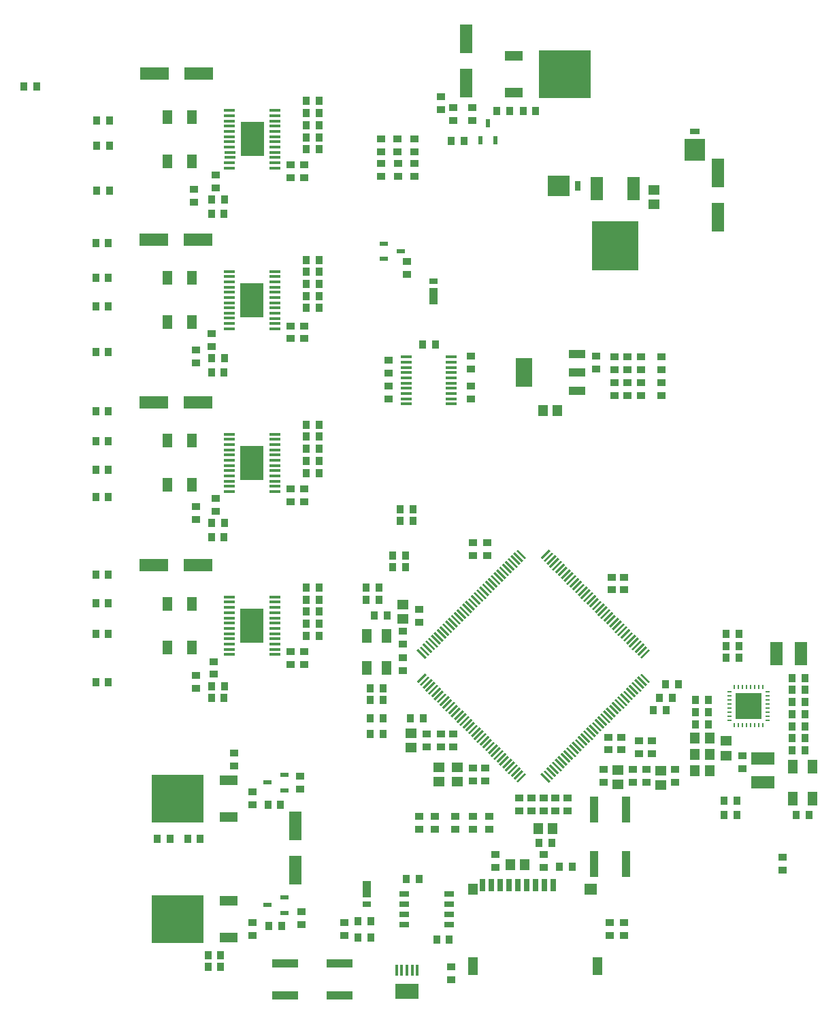
<source format=gtp>
G04 (created by PCBNEW (2013-05-18 BZR 4017)-stable) date Wed 14 Jan 2015 17:50:38 GMT*
%MOIN*%
G04 Gerber Fmt 3.4, Leading zero omitted, Abs format*
%FSLAX34Y34*%
G01*
G70*
G90*
G04 APERTURE LIST*
%ADD10C,0.00590551*%
%ADD11R,0.1142X0.0748*%
%ADD12R,0.0157X0.0531*%
%ADD13R,0.063X0.1181*%
%ADD14R,0.2283X0.2441*%
%ADD15R,0.0579X0.0165*%
%ADD16R,0.1181X0.1701*%
%ADD17R,0.0394X0.126*%
%ADD18R,0.126X0.0394*%
%ADD19R,0.0394X0.0236*%
%ADD20R,0.0236X0.0394*%
%ADD21R,0.08X0.144*%
%ADD22R,0.08X0.04*%
%ADD23R,0.1417X0.063*%
%ADD24R,0.063X0.1417*%
%ADD25R,0.0374X0.0394*%
%ADD26R,0.0394X0.0374*%
%ADD27R,0.0453X0.0709*%
%ADD28R,0.0453X0.0571*%
%ADD29R,0.0571X0.0453*%
%ADD30R,0.0906X0.0512*%
%ADD31R,0.2559X0.2323*%
%ADD32R,0.1142X0.0591*%
%ADD33R,0.0591X0.1142*%
%ADD34R,0.0433X0.0787*%
%ADD35R,0.0433X0.0315*%
%ADD36R,0.0472X0.0866*%
%ADD37R,0.0472X0.0551*%
%ADD38R,0.063X0.0551*%
%ADD39R,0.0276X0.063*%
%ADD40R,0.05X0.025*%
%ADD41R,0.0098X0.0236*%
%ADD42R,0.0236X0.0098*%
%ADD43R,0.1299X0.1299*%
%ADD44R,0.1X0.1051*%
%ADD45R,0.05X0.03*%
%ADD46R,0.1051X0.1*%
%ADD47R,0.03X0.05*%
%ADD48R,0.0472X0.0709*%
G04 APERTURE END LIST*
G54D10*
G54D11*
X19781Y787D03*
G54D12*
X19781Y1840D03*
X19525Y1840D03*
X19269Y1840D03*
X20037Y1840D03*
X20293Y1840D03*
G54D13*
X30890Y40115D03*
G54D14*
X29990Y37288D03*
G54D13*
X29090Y40115D03*
G54D15*
X13303Y34515D03*
X13303Y34771D03*
X13303Y35027D03*
X13303Y35283D03*
X11101Y33751D03*
X13303Y33747D03*
X13303Y34003D03*
X13303Y34259D03*
X11099Y35539D03*
X11099Y35283D03*
X11099Y35027D03*
X11099Y34771D03*
X11099Y34515D03*
X11099Y34259D03*
X13303Y35539D03*
X11101Y34003D03*
X13303Y33491D03*
X13303Y35795D03*
X11099Y35795D03*
X11099Y33491D03*
X13303Y33236D03*
X13303Y36050D03*
X11099Y36050D03*
X11099Y33236D03*
G54D16*
X12201Y34643D03*
G54D15*
X13302Y26542D03*
X13302Y26798D03*
X13302Y27054D03*
X13302Y27310D03*
X11100Y25778D03*
X13302Y25774D03*
X13302Y26030D03*
X13302Y26286D03*
X11098Y27566D03*
X11098Y27310D03*
X11098Y27054D03*
X11098Y26798D03*
X11098Y26542D03*
X11098Y26286D03*
X13302Y27566D03*
X11100Y26030D03*
X13302Y25518D03*
X13302Y27822D03*
X11098Y27822D03*
X11098Y25518D03*
X13302Y25263D03*
X13302Y28077D03*
X11098Y28077D03*
X11098Y25263D03*
G54D16*
X12200Y26670D03*
G54D15*
X13302Y18571D03*
X13302Y18827D03*
X13302Y19083D03*
X13302Y19339D03*
X11100Y17807D03*
X13302Y17803D03*
X13302Y18059D03*
X13302Y18315D03*
X11098Y19595D03*
X11098Y19339D03*
X11098Y19083D03*
X11098Y18827D03*
X11098Y18571D03*
X11098Y18315D03*
X13302Y19595D03*
X11100Y18059D03*
X13302Y17547D03*
X13302Y19851D03*
X11098Y19851D03*
X11098Y17547D03*
X13302Y17292D03*
X13302Y20106D03*
X11098Y20106D03*
X11098Y17292D03*
G54D16*
X12200Y18699D03*
G54D15*
X13304Y42391D03*
X13304Y42647D03*
X13304Y42903D03*
X13304Y43159D03*
X11102Y41627D03*
X13304Y41623D03*
X13304Y41879D03*
X13304Y42135D03*
X11100Y43415D03*
X11100Y43159D03*
X11100Y42903D03*
X11100Y42647D03*
X11100Y42391D03*
X11100Y42135D03*
X13304Y43415D03*
X11102Y41879D03*
X13304Y41367D03*
X13304Y43671D03*
X11100Y43671D03*
X11100Y41367D03*
X13304Y41112D03*
X13304Y43926D03*
X11100Y43926D03*
X11100Y41112D03*
G54D16*
X12202Y42519D03*
G54D15*
X19762Y30837D03*
X19762Y30581D03*
X19762Y30325D03*
X19762Y30069D03*
X21964Y31601D03*
X19762Y31605D03*
X19762Y31349D03*
X19762Y31093D03*
X21966Y29813D03*
X21966Y30069D03*
X21966Y30325D03*
X21966Y30581D03*
X21966Y30837D03*
X21966Y31093D03*
X19762Y29813D03*
X21964Y31349D03*
X19762Y31861D03*
X19762Y29557D03*
X21966Y29557D03*
X21966Y31861D03*
G54D17*
X30509Y7027D03*
X30509Y9705D03*
X28935Y9705D03*
X28935Y7027D03*
G54D18*
X13816Y591D03*
X16494Y591D03*
X16494Y2165D03*
X13816Y2165D03*
G54D19*
X13800Y4645D03*
X12968Y5020D03*
X13800Y5395D03*
X13800Y10649D03*
X12968Y11024D03*
X13800Y11399D03*
G54D20*
X23383Y42478D03*
X23758Y43310D03*
X24133Y42478D03*
G54D21*
X25509Y31106D03*
G54D22*
X28109Y31106D03*
X28109Y32006D03*
X28109Y30206D03*
G54D23*
X9577Y45748D03*
X7411Y45748D03*
X9546Y21654D03*
X7380Y21654D03*
X9546Y37598D03*
X7380Y37598D03*
X9546Y29626D03*
X7380Y29626D03*
G54D24*
X35029Y40855D03*
X35029Y38689D03*
G54D25*
X35411Y18307D03*
X36041Y18307D03*
X39288Y16142D03*
X38658Y16142D03*
X39288Y15551D03*
X38658Y15551D03*
X35411Y17717D03*
X36041Y17717D03*
X35411Y17126D03*
X36041Y17126D03*
X39288Y14370D03*
X38658Y14370D03*
X39288Y14961D03*
X38658Y14961D03*
X33934Y14469D03*
X34564Y14469D03*
X33934Y15059D03*
X34564Y15059D03*
X38658Y13189D03*
X39288Y13189D03*
G54D26*
X22045Y43445D03*
X22045Y44075D03*
X22990Y43445D03*
X22990Y44075D03*
X12202Y9921D03*
X12202Y10551D03*
X18896Y29803D03*
X18896Y30433D03*
X20372Y9370D03*
X20372Y8740D03*
G54D25*
X20096Y23819D03*
X19466Y23819D03*
G54D26*
X16731Y3524D03*
X16731Y4154D03*
G54D25*
X17990Y14173D03*
X18620Y14173D03*
X17990Y13386D03*
X18620Y13386D03*
X39289Y13780D03*
X38659Y13780D03*
X33934Y13878D03*
X34564Y13878D03*
G54D26*
X29722Y4154D03*
X29722Y3524D03*
X30411Y3524D03*
X30411Y4154D03*
G54D25*
X13601Y9942D03*
X12971Y9942D03*
X13640Y4016D03*
X13010Y4016D03*
G54D26*
X12222Y4154D03*
X12222Y3524D03*
X18896Y31713D03*
X18896Y31083D03*
G54D25*
X19703Y21555D03*
X19073Y21555D03*
G54D26*
X31159Y12441D03*
X31159Y13071D03*
G54D25*
X18423Y19980D03*
X17793Y19980D03*
X38856Y9449D03*
X39486Y9449D03*
X39289Y12598D03*
X38659Y12598D03*
X35313Y10138D03*
X35943Y10138D03*
X35313Y9449D03*
X35943Y9449D03*
X19703Y22146D03*
X19073Y22146D03*
X20096Y24409D03*
X19466Y24409D03*
G54D26*
X31789Y12441D03*
X31789Y13071D03*
G54D25*
X18423Y20571D03*
X17793Y20571D03*
G54D26*
X9447Y31575D03*
X9447Y32205D03*
G54D25*
X15470Y35433D03*
X14840Y35433D03*
X14841Y34839D03*
X15471Y34839D03*
X18620Y15650D03*
X17990Y15650D03*
X14840Y34252D03*
X15470Y34252D03*
G54D26*
X14762Y33382D03*
X14762Y32752D03*
G54D25*
X14840Y36024D03*
X15470Y36024D03*
G54D26*
X14073Y32752D03*
X14073Y33382D03*
X9447Y15630D03*
X9447Y16260D03*
G54D25*
X15470Y19390D03*
X14840Y19390D03*
X14839Y18796D03*
X15469Y18796D03*
G54D26*
X21159Y9370D03*
X21159Y8740D03*
G54D25*
X14840Y18209D03*
X15470Y18209D03*
G54D26*
X14760Y17438D03*
X14760Y16808D03*
G54D25*
X14840Y19980D03*
X15470Y19980D03*
G54D26*
X14071Y16808D03*
X14071Y17438D03*
X9348Y39449D03*
X9348Y40079D03*
G54D25*
X15470Y43209D03*
X14840Y43209D03*
X14842Y42617D03*
X15472Y42617D03*
X14840Y42028D03*
X15470Y42028D03*
G54D26*
X14763Y41258D03*
X14763Y40628D03*
G54D25*
X14840Y43799D03*
X15470Y43799D03*
G54D26*
X14074Y40628D03*
X14074Y41258D03*
X9447Y23898D03*
X9447Y24528D03*
G54D25*
X15470Y27362D03*
X14840Y27362D03*
X14840Y26768D03*
X15470Y26768D03*
X14840Y26181D03*
X15470Y26181D03*
G54D26*
X14761Y25410D03*
X14761Y24780D03*
G54D25*
X14840Y27953D03*
X15470Y27953D03*
G54D26*
X14072Y24780D03*
X14072Y25410D03*
X22144Y9370D03*
X22144Y8740D03*
G54D27*
X9250Y41437D03*
X8068Y41437D03*
G54D28*
X33895Y12402D03*
X34603Y12402D03*
X33895Y13189D03*
X34603Y13189D03*
G54D25*
X17400Y3445D03*
X18015Y3445D03*
G54D29*
X35431Y13052D03*
X35431Y12344D03*
G54D28*
X26435Y29248D03*
X27143Y29248D03*
G54D27*
X9250Y25591D03*
X8068Y25591D03*
X9250Y27756D03*
X8068Y27756D03*
X9250Y43602D03*
X8068Y43602D03*
X9250Y33563D03*
X8068Y33563D03*
X9250Y17618D03*
X8068Y17618D03*
X9250Y35728D03*
X8068Y35728D03*
X9250Y19783D03*
X8068Y19783D03*
G54D26*
X22932Y31279D03*
X22932Y31909D03*
G54D30*
X11063Y3431D03*
G54D31*
X8563Y4331D03*
G54D30*
X11063Y5231D03*
X11061Y9336D03*
G54D31*
X8561Y10236D03*
G54D30*
X11061Y11136D03*
X25018Y46609D03*
G54D31*
X27518Y45709D03*
G54D30*
X25018Y44809D03*
G54D25*
X8187Y8268D03*
X7557Y8268D03*
X10667Y2003D03*
X10037Y2003D03*
X24821Y43898D03*
X24191Y43898D03*
X10052Y2578D03*
X10667Y2578D03*
X9663Y8268D03*
X9048Y8268D03*
X26100Y43898D03*
X25485Y43898D03*
G54D26*
X22932Y30432D03*
X22932Y29802D03*
X36218Y12323D03*
X36218Y11693D03*
G54D32*
X37203Y12205D03*
X37203Y11023D03*
G54D33*
X37891Y17323D03*
X39073Y17323D03*
G54D28*
X34604Y11614D03*
X33896Y11614D03*
G54D25*
X10844Y31791D03*
X10214Y31791D03*
X10844Y39567D03*
X10214Y39567D03*
X10844Y15748D03*
X10214Y15748D03*
X10844Y23720D03*
X10214Y23720D03*
X10214Y31102D03*
X10829Y31102D03*
X10214Y38878D03*
X10829Y38878D03*
X10214Y15157D03*
X10829Y15157D03*
X10214Y23031D03*
X10829Y23031D03*
X14840Y28543D03*
X15470Y28543D03*
X14840Y44390D03*
X15470Y44390D03*
X14840Y36614D03*
X15470Y36614D03*
X14840Y20571D03*
X15470Y20571D03*
G54D28*
X25549Y6988D03*
X24841Y6988D03*
G54D34*
X17813Y5807D03*
G54D35*
X17813Y5059D03*
G54D36*
X23030Y2027D03*
X29132Y2027D03*
G54D37*
X23030Y5807D03*
G54D38*
X28778Y5807D03*
G54D39*
X26947Y6004D03*
X26514Y6004D03*
X26081Y6004D03*
X25648Y6004D03*
X25215Y6004D03*
X24782Y6004D03*
X24349Y6004D03*
X23916Y6004D03*
X23483Y6004D03*
G54D26*
X32911Y11024D03*
X32911Y11654D03*
X30864Y11024D03*
X30864Y11654D03*
G54D25*
X18187Y19193D03*
X18817Y19193D03*
G54D26*
X27655Y10256D03*
X27655Y9626D03*
G54D25*
X26258Y8071D03*
X26888Y8071D03*
G54D26*
X20766Y13406D03*
X20766Y12776D03*
G54D10*
G36*
X25553Y21954D02*
X25135Y22372D01*
X25213Y22450D01*
X25631Y22032D01*
X25553Y21954D01*
X25553Y21954D01*
G37*
G36*
X25414Y21815D02*
X24996Y22232D01*
X25074Y22310D01*
X25492Y21892D01*
X25414Y21815D01*
X25414Y21815D01*
G37*
G36*
X25275Y21675D02*
X24857Y22093D01*
X24935Y22171D01*
X25353Y21753D01*
X25275Y21675D01*
X25275Y21675D01*
G37*
G36*
X25135Y21536D02*
X24718Y21954D01*
X24795Y22032D01*
X25213Y21614D01*
X25135Y21536D01*
X25135Y21536D01*
G37*
G36*
X24996Y21397D02*
X24578Y21815D01*
X24656Y21892D01*
X25074Y21474D01*
X24996Y21397D01*
X24996Y21397D01*
G37*
G36*
X24858Y21258D02*
X24440Y21676D01*
X24517Y21754D01*
X24935Y21336D01*
X24858Y21258D01*
X24858Y21258D01*
G37*
G36*
X24718Y21119D02*
X24300Y21537D01*
X24378Y21614D01*
X24796Y21197D01*
X24718Y21119D01*
X24718Y21119D01*
G37*
G36*
X24579Y20979D02*
X24161Y21397D01*
X24239Y21475D01*
X24657Y21057D01*
X24579Y20979D01*
X24579Y20979D01*
G37*
G36*
X24440Y20840D02*
X24022Y21258D01*
X24100Y21336D01*
X24517Y20918D01*
X24440Y20840D01*
X24440Y20840D01*
G37*
G36*
X24300Y20701D02*
X23882Y21119D01*
X23960Y21197D01*
X24378Y20779D01*
X24300Y20701D01*
X24300Y20701D01*
G37*
G36*
X24161Y20562D02*
X23743Y20979D01*
X23821Y21057D01*
X24239Y20639D01*
X24161Y20562D01*
X24161Y20562D01*
G37*
G36*
X24022Y20423D02*
X23605Y20841D01*
X23682Y20919D01*
X24100Y20501D01*
X24022Y20423D01*
X24022Y20423D01*
G37*
G36*
X23883Y20284D02*
X23465Y20702D01*
X23543Y20779D01*
X23961Y20361D01*
X23883Y20284D01*
X23883Y20284D01*
G37*
G36*
X23744Y20144D02*
X23326Y20562D01*
X23404Y20640D01*
X23822Y20222D01*
X23744Y20144D01*
X23744Y20144D01*
G37*
G36*
X23605Y20005D02*
X23187Y20423D01*
X23264Y20501D01*
X23682Y20083D01*
X23605Y20005D01*
X23605Y20005D01*
G37*
G36*
X23465Y19866D02*
X23047Y20284D01*
X23125Y20361D01*
X23543Y19944D01*
X23465Y19866D01*
X23465Y19866D01*
G37*
G36*
X23326Y19726D02*
X22908Y20144D01*
X22986Y20222D01*
X23404Y19804D01*
X23326Y19726D01*
X23326Y19726D01*
G37*
G36*
X23187Y19587D02*
X22769Y20005D01*
X22847Y20083D01*
X23264Y19665D01*
X23187Y19587D01*
X23187Y19587D01*
G37*
G36*
X23048Y19449D02*
X22630Y19866D01*
X22708Y19944D01*
X23126Y19526D01*
X23048Y19449D01*
X23048Y19449D01*
G37*
G36*
X22909Y19309D02*
X22491Y19727D01*
X22569Y19805D01*
X22987Y19387D01*
X22909Y19309D01*
X22909Y19309D01*
G37*
G36*
X22769Y19170D02*
X22352Y19588D01*
X22429Y19666D01*
X22847Y19248D01*
X22769Y19170D01*
X22769Y19170D01*
G37*
G36*
X22630Y19031D02*
X22212Y19449D01*
X22290Y19526D01*
X22708Y19108D01*
X22630Y19031D01*
X22630Y19031D01*
G37*
G36*
X22491Y18891D02*
X22073Y19309D01*
X22151Y19387D01*
X22569Y18969D01*
X22491Y18891D01*
X22491Y18891D01*
G37*
G36*
X22352Y18752D02*
X21934Y19170D01*
X22011Y19248D01*
X22429Y18830D01*
X22352Y18752D01*
X22352Y18752D01*
G37*
G36*
X22212Y18613D02*
X21794Y19031D01*
X21872Y19108D01*
X22290Y18691D01*
X22212Y18613D01*
X22212Y18613D01*
G37*
G36*
X22074Y18474D02*
X21656Y18892D01*
X21734Y18970D01*
X22151Y18552D01*
X22074Y18474D01*
X22074Y18474D01*
G37*
G36*
X21934Y18335D02*
X21516Y18753D01*
X21594Y18831D01*
X22012Y18413D01*
X21934Y18335D01*
X21934Y18335D01*
G37*
G36*
X21795Y18196D02*
X21377Y18613D01*
X21455Y18691D01*
X21873Y18273D01*
X21795Y18196D01*
X21795Y18196D01*
G37*
G36*
X21656Y18056D02*
X21238Y18474D01*
X21316Y18552D01*
X21734Y18134D01*
X21656Y18056D01*
X21656Y18056D01*
G37*
G36*
X21516Y17917D02*
X21099Y18335D01*
X21176Y18413D01*
X21594Y17995D01*
X21516Y17917D01*
X21516Y17917D01*
G37*
G36*
X21377Y17778D02*
X20959Y18196D01*
X21037Y18273D01*
X21455Y17855D01*
X21377Y17778D01*
X21377Y17778D01*
G37*
G36*
X21239Y17639D02*
X20821Y18057D01*
X20898Y18135D01*
X21316Y17717D01*
X21239Y17639D01*
X21239Y17639D01*
G37*
G36*
X21099Y17500D02*
X20681Y17918D01*
X20759Y17995D01*
X21177Y17578D01*
X21099Y17500D01*
X21099Y17500D01*
G37*
G36*
X20960Y17360D02*
X20542Y17778D01*
X20620Y17856D01*
X21038Y17438D01*
X20960Y17360D01*
X20960Y17360D01*
G37*
G36*
X20821Y17221D02*
X20403Y17639D01*
X20481Y17717D01*
X20898Y17299D01*
X20821Y17221D01*
X20821Y17221D01*
G37*
G36*
X20681Y17082D02*
X20263Y17500D01*
X20341Y17578D01*
X20759Y17160D01*
X20681Y17082D01*
X20681Y17082D01*
G37*
G36*
X26750Y11013D02*
X26332Y11431D01*
X26410Y11509D01*
X26828Y11091D01*
X26750Y11013D01*
X26750Y11013D01*
G37*
G36*
X26889Y11153D02*
X26471Y11571D01*
X26549Y11648D01*
X26967Y11231D01*
X26889Y11153D01*
X26889Y11153D01*
G37*
G36*
X27028Y11292D02*
X26610Y11710D01*
X26688Y11788D01*
X27106Y11370D01*
X27028Y11292D01*
X27028Y11292D01*
G37*
G36*
X27168Y11431D02*
X26750Y11849D01*
X26828Y11927D01*
X27245Y11509D01*
X27168Y11431D01*
X27168Y11431D01*
G37*
G36*
X27307Y11571D02*
X26889Y11989D01*
X26967Y12066D01*
X27385Y11648D01*
X27307Y11571D01*
X27307Y11571D01*
G37*
G36*
X27446Y11709D02*
X27028Y12127D01*
X27105Y12205D01*
X27523Y11787D01*
X27446Y11709D01*
X27446Y11709D01*
G37*
G36*
X27585Y11849D02*
X27167Y12266D01*
X27245Y12344D01*
X27663Y11926D01*
X27585Y11849D01*
X27585Y11849D01*
G37*
G36*
X27724Y11988D02*
X27306Y12406D01*
X27384Y12484D01*
X27802Y12066D01*
X27724Y11988D01*
X27724Y11988D01*
G37*
G36*
X27863Y12127D02*
X27446Y12545D01*
X27523Y12623D01*
X27941Y12205D01*
X27863Y12127D01*
X27863Y12127D01*
G37*
G36*
X28003Y12266D02*
X27585Y12684D01*
X27663Y12762D01*
X28081Y12344D01*
X28003Y12266D01*
X28003Y12266D01*
G37*
G36*
X28142Y12406D02*
X27724Y12824D01*
X27802Y12901D01*
X28220Y12484D01*
X28142Y12406D01*
X28142Y12406D01*
G37*
G36*
X28281Y12544D02*
X27863Y12962D01*
X27941Y13040D01*
X28358Y12622D01*
X28281Y12544D01*
X28281Y12544D01*
G37*
G36*
X28420Y12684D02*
X28002Y13102D01*
X28080Y13179D01*
X28498Y12761D01*
X28420Y12684D01*
X28420Y12684D01*
G37*
G36*
X28559Y12823D02*
X28141Y13241D01*
X28219Y13319D01*
X28637Y12901D01*
X28559Y12823D01*
X28559Y12823D01*
G37*
G36*
X28699Y12962D02*
X28281Y13380D01*
X28358Y13458D01*
X28776Y13040D01*
X28699Y12962D01*
X28699Y12962D01*
G37*
G36*
X28838Y13102D02*
X28420Y13519D01*
X28498Y13597D01*
X28916Y13179D01*
X28838Y13102D01*
X28838Y13102D01*
G37*
G36*
X28977Y13241D02*
X28559Y13659D01*
X28637Y13737D01*
X29055Y13319D01*
X28977Y13241D01*
X28977Y13241D01*
G37*
G36*
X29116Y13380D02*
X28699Y13798D01*
X28776Y13876D01*
X29194Y13458D01*
X29116Y13380D01*
X29116Y13380D01*
G37*
G36*
X29255Y13519D02*
X28837Y13937D01*
X28915Y14014D01*
X29333Y13597D01*
X29255Y13519D01*
X29255Y13519D01*
G37*
G36*
X29394Y13658D02*
X28976Y14076D01*
X29054Y14154D01*
X29472Y13736D01*
X29394Y13658D01*
X29394Y13658D01*
G37*
G36*
X29534Y13797D02*
X29116Y14215D01*
X29194Y14293D01*
X29611Y13875D01*
X29534Y13797D01*
X29534Y13797D01*
G37*
G36*
X29673Y13937D02*
X29255Y14355D01*
X29333Y14432D01*
X29751Y14014D01*
X29673Y13937D01*
X29673Y13937D01*
G37*
G36*
X29812Y14076D02*
X29394Y14494D01*
X29472Y14572D01*
X29890Y14154D01*
X29812Y14076D01*
X29812Y14076D01*
G37*
G36*
X29952Y14215D02*
X29534Y14633D01*
X29611Y14711D01*
X30029Y14293D01*
X29952Y14215D01*
X29952Y14215D01*
G37*
G36*
X30091Y14355D02*
X29673Y14772D01*
X29751Y14850D01*
X30169Y14432D01*
X30091Y14355D01*
X30091Y14355D01*
G37*
G36*
X30229Y14493D02*
X29812Y14911D01*
X29889Y14989D01*
X30307Y14571D01*
X30229Y14493D01*
X30229Y14493D01*
G37*
G36*
X30369Y14632D02*
X29951Y15050D01*
X30029Y15128D01*
X30447Y14710D01*
X30369Y14632D01*
X30369Y14632D01*
G37*
G36*
X30508Y14772D02*
X30090Y15190D01*
X30168Y15267D01*
X30586Y14850D01*
X30508Y14772D01*
X30508Y14772D01*
G37*
G36*
X30647Y14911D02*
X30229Y15329D01*
X30307Y15407D01*
X30725Y14989D01*
X30647Y14911D01*
X30647Y14911D01*
G37*
G36*
X30787Y15050D02*
X30369Y15468D01*
X30447Y15546D01*
X30864Y15128D01*
X30787Y15050D01*
X30787Y15050D01*
G37*
G36*
X30926Y15190D02*
X30508Y15608D01*
X30586Y15685D01*
X31004Y15267D01*
X30926Y15190D01*
X30926Y15190D01*
G37*
G36*
X31065Y15328D02*
X30647Y15746D01*
X30724Y15824D01*
X31142Y15406D01*
X31065Y15328D01*
X31065Y15328D01*
G37*
G36*
X31204Y15468D02*
X30786Y15885D01*
X30864Y15963D01*
X31282Y15545D01*
X31204Y15468D01*
X31204Y15468D01*
G37*
G36*
X31343Y15607D02*
X30925Y16025D01*
X31003Y16103D01*
X31421Y15685D01*
X31343Y15607D01*
X31343Y15607D01*
G37*
G36*
X31482Y15746D02*
X31065Y16164D01*
X31142Y16242D01*
X31560Y15824D01*
X31482Y15746D01*
X31482Y15746D01*
G37*
G36*
X31622Y15885D02*
X31204Y16303D01*
X31282Y16381D01*
X31700Y15963D01*
X31622Y15885D01*
X31622Y15885D01*
G37*
G36*
X20341Y15885D02*
X20263Y15963D01*
X20681Y16381D01*
X20759Y16303D01*
X20341Y15885D01*
X20341Y15885D01*
G37*
G36*
X20481Y15746D02*
X20403Y15824D01*
X20821Y16242D01*
X20898Y16164D01*
X20481Y15746D01*
X20481Y15746D01*
G37*
G36*
X20620Y15607D02*
X20542Y15685D01*
X20960Y16103D01*
X21038Y16025D01*
X20620Y15607D01*
X20620Y15607D01*
G37*
G36*
X20759Y15468D02*
X20681Y15545D01*
X21099Y15963D01*
X21177Y15885D01*
X20759Y15468D01*
X20759Y15468D01*
G37*
G36*
X20898Y15328D02*
X20821Y15406D01*
X21239Y15824D01*
X21316Y15746D01*
X20898Y15328D01*
X20898Y15328D01*
G37*
G36*
X21037Y15190D02*
X20959Y15267D01*
X21377Y15685D01*
X21455Y15608D01*
X21037Y15190D01*
X21037Y15190D01*
G37*
G36*
X21176Y15050D02*
X21099Y15128D01*
X21516Y15546D01*
X21594Y15468D01*
X21176Y15050D01*
X21176Y15050D01*
G37*
G36*
X21316Y14911D02*
X21238Y14989D01*
X21656Y15407D01*
X21734Y15329D01*
X21316Y14911D01*
X21316Y14911D01*
G37*
G36*
X21455Y14772D02*
X21377Y14850D01*
X21795Y15267D01*
X21873Y15190D01*
X21455Y14772D01*
X21455Y14772D01*
G37*
G36*
X21594Y14632D02*
X21516Y14710D01*
X21934Y15128D01*
X22012Y15050D01*
X21594Y14632D01*
X21594Y14632D01*
G37*
G36*
X21734Y14493D02*
X21656Y14571D01*
X22074Y14989D01*
X22151Y14911D01*
X21734Y14493D01*
X21734Y14493D01*
G37*
G36*
X21872Y14355D02*
X21794Y14432D01*
X22212Y14850D01*
X22290Y14772D01*
X21872Y14355D01*
X21872Y14355D01*
G37*
G36*
X22011Y14215D02*
X21934Y14293D01*
X22352Y14711D01*
X22429Y14633D01*
X22011Y14215D01*
X22011Y14215D01*
G37*
G36*
X22151Y14076D02*
X22073Y14154D01*
X22491Y14572D01*
X22569Y14494D01*
X22151Y14076D01*
X22151Y14076D01*
G37*
G36*
X22290Y13937D02*
X22212Y14014D01*
X22630Y14432D01*
X22708Y14355D01*
X22290Y13937D01*
X22290Y13937D01*
G37*
G36*
X22429Y13797D02*
X22352Y13875D01*
X22769Y14293D01*
X22847Y14215D01*
X22429Y13797D01*
X22429Y13797D01*
G37*
G36*
X22569Y13658D02*
X22491Y13736D01*
X22909Y14154D01*
X22987Y14076D01*
X22569Y13658D01*
X22569Y13658D01*
G37*
G36*
X22708Y13519D02*
X22630Y13597D01*
X23048Y14014D01*
X23126Y13937D01*
X22708Y13519D01*
X22708Y13519D01*
G37*
G36*
X22847Y13380D02*
X22769Y13458D01*
X23187Y13876D01*
X23264Y13798D01*
X22847Y13380D01*
X22847Y13380D01*
G37*
G36*
X22986Y13241D02*
X22908Y13319D01*
X23326Y13737D01*
X23404Y13659D01*
X22986Y13241D01*
X22986Y13241D01*
G37*
G36*
X23125Y13102D02*
X23047Y13179D01*
X23465Y13597D01*
X23543Y13519D01*
X23125Y13102D01*
X23125Y13102D01*
G37*
G36*
X23264Y12962D02*
X23187Y13040D01*
X23605Y13458D01*
X23682Y13380D01*
X23264Y12962D01*
X23264Y12962D01*
G37*
G36*
X23404Y12823D02*
X23326Y12901D01*
X23744Y13319D01*
X23822Y13241D01*
X23404Y12823D01*
X23404Y12823D01*
G37*
G36*
X23543Y12684D02*
X23465Y12761D01*
X23883Y13179D01*
X23961Y13102D01*
X23543Y12684D01*
X23543Y12684D01*
G37*
G36*
X23682Y12544D02*
X23605Y12622D01*
X24022Y13040D01*
X24100Y12962D01*
X23682Y12544D01*
X23682Y12544D01*
G37*
G36*
X23821Y12406D02*
X23743Y12484D01*
X24161Y12901D01*
X24239Y12824D01*
X23821Y12406D01*
X23821Y12406D01*
G37*
G36*
X23960Y12266D02*
X23882Y12344D01*
X24300Y12762D01*
X24378Y12684D01*
X23960Y12266D01*
X23960Y12266D01*
G37*
G36*
X24100Y12127D02*
X24022Y12205D01*
X24440Y12623D01*
X24517Y12545D01*
X24100Y12127D01*
X24100Y12127D01*
G37*
G36*
X24239Y11988D02*
X24161Y12066D01*
X24579Y12484D01*
X24657Y12406D01*
X24239Y11988D01*
X24239Y11988D01*
G37*
G36*
X24378Y11849D02*
X24300Y11926D01*
X24718Y12344D01*
X24796Y12266D01*
X24378Y11849D01*
X24378Y11849D01*
G37*
G36*
X24517Y11709D02*
X24440Y11787D01*
X24858Y12205D01*
X24935Y12127D01*
X24517Y11709D01*
X24517Y11709D01*
G37*
G36*
X24656Y11571D02*
X24578Y11648D01*
X24996Y12066D01*
X25074Y11989D01*
X24656Y11571D01*
X24656Y11571D01*
G37*
G36*
X24795Y11431D02*
X24718Y11509D01*
X25135Y11927D01*
X25213Y11849D01*
X24795Y11431D01*
X24795Y11431D01*
G37*
G36*
X24935Y11292D02*
X24857Y11370D01*
X25275Y11788D01*
X25353Y11710D01*
X24935Y11292D01*
X24935Y11292D01*
G37*
G36*
X25074Y11153D02*
X24996Y11231D01*
X25414Y11648D01*
X25492Y11571D01*
X25074Y11153D01*
X25074Y11153D01*
G37*
G36*
X25213Y11013D02*
X25135Y11091D01*
X25553Y11509D01*
X25631Y11431D01*
X25213Y11013D01*
X25213Y11013D01*
G37*
G36*
X31282Y17082D02*
X31204Y17160D01*
X31622Y17578D01*
X31700Y17500D01*
X31282Y17082D01*
X31282Y17082D01*
G37*
G36*
X31142Y17221D02*
X31065Y17299D01*
X31482Y17717D01*
X31560Y17639D01*
X31142Y17221D01*
X31142Y17221D01*
G37*
G36*
X31003Y17360D02*
X30925Y17438D01*
X31343Y17856D01*
X31421Y17778D01*
X31003Y17360D01*
X31003Y17360D01*
G37*
G36*
X30864Y17500D02*
X30786Y17578D01*
X31204Y17995D01*
X31282Y17918D01*
X30864Y17500D01*
X30864Y17500D01*
G37*
G36*
X30724Y17639D02*
X30647Y17717D01*
X31065Y18135D01*
X31142Y18057D01*
X30724Y17639D01*
X30724Y17639D01*
G37*
G36*
X30586Y17778D02*
X30508Y17855D01*
X30926Y18273D01*
X31004Y18196D01*
X30586Y17778D01*
X30586Y17778D01*
G37*
G36*
X30447Y17917D02*
X30369Y17995D01*
X30787Y18413D01*
X30864Y18335D01*
X30447Y17917D01*
X30447Y17917D01*
G37*
G36*
X30307Y18056D02*
X30229Y18134D01*
X30647Y18552D01*
X30725Y18474D01*
X30307Y18056D01*
X30307Y18056D01*
G37*
G36*
X30168Y18196D02*
X30090Y18273D01*
X30508Y18691D01*
X30586Y18613D01*
X30168Y18196D01*
X30168Y18196D01*
G37*
G36*
X30029Y18335D02*
X29951Y18413D01*
X30369Y18831D01*
X30447Y18753D01*
X30029Y18335D01*
X30029Y18335D01*
G37*
G36*
X29889Y18474D02*
X29812Y18552D01*
X30229Y18970D01*
X30307Y18892D01*
X29889Y18474D01*
X29889Y18474D01*
G37*
G36*
X29751Y18613D02*
X29673Y18691D01*
X30091Y19108D01*
X30169Y19031D01*
X29751Y18613D01*
X29751Y18613D01*
G37*
G36*
X29611Y18752D02*
X29534Y18830D01*
X29952Y19248D01*
X30029Y19170D01*
X29611Y18752D01*
X29611Y18752D01*
G37*
G36*
X29472Y18891D02*
X29394Y18969D01*
X29812Y19387D01*
X29890Y19309D01*
X29472Y18891D01*
X29472Y18891D01*
G37*
G36*
X29333Y19031D02*
X29255Y19108D01*
X29673Y19526D01*
X29751Y19449D01*
X29333Y19031D01*
X29333Y19031D01*
G37*
G36*
X29194Y19170D02*
X29116Y19248D01*
X29534Y19666D01*
X29611Y19588D01*
X29194Y19170D01*
X29194Y19170D01*
G37*
G36*
X29054Y19309D02*
X28976Y19387D01*
X29394Y19805D01*
X29472Y19727D01*
X29054Y19309D01*
X29054Y19309D01*
G37*
G36*
X28915Y19449D02*
X28837Y19526D01*
X29255Y19944D01*
X29333Y19866D01*
X28915Y19449D01*
X28915Y19449D01*
G37*
G36*
X28776Y19587D02*
X28699Y19665D01*
X29116Y20083D01*
X29194Y20005D01*
X28776Y19587D01*
X28776Y19587D01*
G37*
G36*
X28637Y19726D02*
X28559Y19804D01*
X28977Y20222D01*
X29055Y20144D01*
X28637Y19726D01*
X28637Y19726D01*
G37*
G36*
X28498Y19866D02*
X28420Y19944D01*
X28838Y20361D01*
X28916Y20284D01*
X28498Y19866D01*
X28498Y19866D01*
G37*
G36*
X28358Y20005D02*
X28281Y20083D01*
X28699Y20501D01*
X28776Y20423D01*
X28358Y20005D01*
X28358Y20005D01*
G37*
G36*
X28219Y20144D02*
X28141Y20222D01*
X28559Y20640D01*
X28637Y20562D01*
X28219Y20144D01*
X28219Y20144D01*
G37*
G36*
X28080Y20284D02*
X28002Y20361D01*
X28420Y20779D01*
X28498Y20702D01*
X28080Y20284D01*
X28080Y20284D01*
G37*
G36*
X27941Y20423D02*
X27863Y20501D01*
X28281Y20919D01*
X28358Y20841D01*
X27941Y20423D01*
X27941Y20423D01*
G37*
G36*
X27802Y20562D02*
X27724Y20639D01*
X28142Y21057D01*
X28220Y20979D01*
X27802Y20562D01*
X27802Y20562D01*
G37*
G36*
X27663Y20701D02*
X27585Y20779D01*
X28003Y21197D01*
X28081Y21119D01*
X27663Y20701D01*
X27663Y20701D01*
G37*
G36*
X27523Y20840D02*
X27446Y20918D01*
X27863Y21336D01*
X27941Y21258D01*
X27523Y20840D01*
X27523Y20840D01*
G37*
G36*
X27384Y20979D02*
X27306Y21057D01*
X27724Y21475D01*
X27802Y21397D01*
X27384Y20979D01*
X27384Y20979D01*
G37*
G36*
X27245Y21119D02*
X27167Y21197D01*
X27585Y21614D01*
X27663Y21537D01*
X27245Y21119D01*
X27245Y21119D01*
G37*
G36*
X27105Y21258D02*
X27028Y21336D01*
X27446Y21754D01*
X27523Y21676D01*
X27105Y21258D01*
X27105Y21258D01*
G37*
G36*
X26967Y21397D02*
X26889Y21474D01*
X27307Y21892D01*
X27385Y21815D01*
X26967Y21397D01*
X26967Y21397D01*
G37*
G36*
X26828Y21536D02*
X26750Y21614D01*
X27168Y22032D01*
X27245Y21954D01*
X26828Y21536D01*
X26828Y21536D01*
G37*
G36*
X26688Y21675D02*
X26610Y21753D01*
X27028Y22171D01*
X27106Y22093D01*
X26688Y21675D01*
X26688Y21675D01*
G37*
G36*
X26549Y21815D02*
X26471Y21892D01*
X26889Y22310D01*
X26967Y22232D01*
X26549Y21815D01*
X26549Y21815D01*
G37*
G36*
X26410Y21954D02*
X26332Y22032D01*
X26750Y22450D01*
X26828Y22372D01*
X26410Y21954D01*
X26410Y21954D01*
G37*
G54D29*
X21356Y11771D03*
X21356Y11063D03*
X19585Y19036D03*
X19585Y19744D03*
G54D28*
X26219Y8760D03*
X26927Y8760D03*
G54D29*
X19978Y13445D03*
X19978Y12737D03*
X30116Y11634D03*
X30116Y10926D03*
X32222Y11614D03*
X32222Y10906D03*
G54D25*
X31868Y14567D03*
X32498Y14567D03*
X18030Y4232D03*
X17400Y4232D03*
G54D26*
X19585Y17795D03*
X19585Y18425D03*
X19585Y17146D03*
X19585Y16516D03*
X23620Y11732D03*
X23620Y11102D03*
G54D25*
X32163Y15157D03*
X32793Y15157D03*
G54D26*
X29821Y20453D03*
X29821Y21083D03*
X30411Y20453D03*
X30411Y21083D03*
X21455Y13406D03*
X21455Y12776D03*
X23029Y11732D03*
X23029Y11102D03*
X22045Y13406D03*
X22045Y12776D03*
X20372Y18878D03*
X20372Y19508D03*
X23029Y22126D03*
X23029Y22756D03*
G54D25*
X18620Y15059D03*
X17990Y15059D03*
G54D26*
X27065Y10256D03*
X27065Y9626D03*
X23029Y9370D03*
X23029Y8740D03*
X25884Y10256D03*
X25884Y9626D03*
X23718Y22126D03*
X23718Y22756D03*
G54D25*
X20588Y14173D03*
X19958Y14173D03*
G54D26*
X26474Y9626D03*
X26474Y10256D03*
G54D29*
X22242Y11771D03*
X22242Y11063D03*
G54D25*
X20550Y32480D03*
X21180Y32480D03*
G54D40*
X21866Y4073D03*
X21866Y4573D03*
X21866Y5073D03*
X21866Y5573D03*
X19666Y5573D03*
X19666Y5073D03*
X19666Y4573D03*
X19666Y4073D03*
G54D25*
X21238Y3346D03*
X21868Y3346D03*
X19762Y6299D03*
X20392Y6299D03*
G54D26*
X19781Y36535D03*
X19781Y35905D03*
X20155Y41319D03*
X20155Y40689D03*
X19348Y41319D03*
X19348Y40689D03*
G54D41*
X35826Y13820D03*
X36023Y13820D03*
X36220Y13820D03*
X36417Y13820D03*
X36613Y13820D03*
X36810Y13820D03*
X37007Y13820D03*
X37204Y13820D03*
G54D42*
X37460Y14862D03*
X37460Y15058D03*
X37460Y15255D03*
X37460Y15452D03*
G54D43*
X36514Y14764D03*
G54D42*
X37460Y14075D03*
X37460Y14272D03*
X37460Y14469D03*
X37460Y14665D03*
G54D41*
X37202Y15708D03*
X37005Y15709D03*
X36809Y15709D03*
X36612Y15709D03*
X36415Y15709D03*
X36218Y15709D03*
X36021Y15709D03*
X35824Y15709D03*
G54D42*
X35569Y15453D03*
X35569Y15256D03*
X35569Y15059D03*
X35569Y14863D03*
X35569Y14666D03*
X35569Y14469D03*
X35569Y14272D03*
X35569Y14075D03*
G54D25*
X5165Y29188D03*
X4535Y29188D03*
G54D44*
X33896Y41988D03*
G54D45*
X33896Y42914D03*
G54D46*
X27230Y40228D03*
G54D47*
X28156Y40228D03*
G54D26*
X10234Y32362D03*
X10234Y32992D03*
X10431Y40138D03*
X10431Y40768D03*
X10333Y16319D03*
X10333Y16949D03*
X10431Y24291D03*
X10431Y24921D03*
G54D48*
X38699Y11811D03*
X38699Y10237D03*
X39643Y10237D03*
X39643Y11811D03*
X18777Y16634D03*
X18777Y18208D03*
X17833Y18208D03*
X17833Y16634D03*
G54D26*
X25293Y10256D03*
X25293Y9626D03*
X23817Y9370D03*
X23817Y8740D03*
G54D25*
X27242Y6890D03*
X27872Y6890D03*
G54D26*
X26474Y6870D03*
X26474Y7500D03*
G54D25*
X32458Y15846D03*
X33088Y15846D03*
G54D26*
X24112Y6870D03*
X24112Y7500D03*
G54D19*
X18643Y37415D03*
X19475Y37040D03*
X18643Y36665D03*
G54D34*
X21079Y34830D03*
G54D35*
X21079Y35578D03*
G54D25*
X22596Y42441D03*
X21966Y42441D03*
G54D26*
X14565Y10709D03*
X14565Y11339D03*
X14604Y4055D03*
X14604Y4685D03*
X38187Y6732D03*
X38187Y7362D03*
X21966Y1378D03*
X21966Y2008D03*
X31514Y11024D03*
X31514Y11654D03*
X29407Y11024D03*
X29407Y11654D03*
X20155Y41909D03*
X20155Y42524D03*
X19329Y41909D03*
X19329Y42524D03*
X18522Y41909D03*
X18522Y42524D03*
G54D24*
X22695Y47422D03*
X22695Y45256D03*
X14329Y8898D03*
X14329Y6732D03*
G54D25*
X5165Y34338D03*
X4535Y34338D03*
X5215Y42188D03*
X4585Y42188D03*
X4585Y39988D03*
X5215Y39988D03*
X5165Y37438D03*
X4535Y37438D03*
X4535Y35738D03*
X5165Y35738D03*
G54D26*
X21455Y43976D03*
X21455Y44606D03*
G54D25*
X4535Y32088D03*
X5165Y32088D03*
X5165Y21188D03*
X4535Y21188D03*
X4535Y19788D03*
X5165Y19788D03*
X5165Y18288D03*
X4535Y18288D03*
X4535Y15938D03*
X5165Y15938D03*
X4585Y43438D03*
X5215Y43438D03*
G54D26*
X30273Y12618D03*
X30273Y13248D03*
X29045Y31890D03*
X29045Y31260D03*
X11333Y12480D03*
X11333Y11850D03*
G54D29*
X31880Y40042D03*
X31880Y39334D03*
G54D25*
X4535Y27738D03*
X5165Y27738D03*
X5165Y26338D03*
X4535Y26338D03*
X4535Y24988D03*
X5165Y24988D03*
X1645Y45100D03*
X1015Y45100D03*
G54D26*
X18522Y41319D03*
X18522Y40689D03*
X29644Y13248D03*
X29644Y12618D03*
X29950Y29973D03*
X29950Y30588D03*
X30600Y29973D03*
X30600Y30588D03*
X31250Y29973D03*
X31250Y30588D03*
X32250Y29973D03*
X32250Y30588D03*
X29950Y31853D03*
X29950Y31238D03*
X30600Y31853D03*
X30600Y31238D03*
X31250Y31853D03*
X31250Y31238D03*
X32250Y31853D03*
X32250Y31238D03*
M02*

</source>
